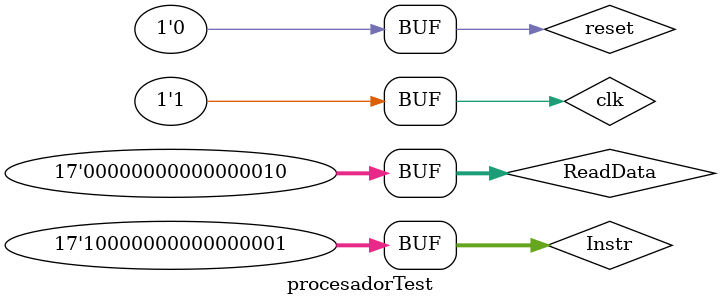
<source format=sv>
module procesadorTest();
	
	logic clk, reset;
			  
	logic [16:0] ReadData; //UNICA salida "real" del procesador
			  
	logic [16:0] PC, Result, Instr, WriteData; // Salidas que se quieren ver del datapath
	logic [3:0] ALUFlags;			  // Salidas que se quieren ver de la unidad de control
	logic PCSrc, MemtoReg, MemWrite, ALUSrc, RegWrite; //Salidas que se quieren ver de la unidad de control
	logic [1:0]  ALUControl, ImmSrc, RegSrc; //Salidas que se quieren ver de la unidad de control
	
	// instantiate device to be tested
	ASIP asip(clk, reset, Instr,
			  ReadData,
			  PC,
			  MemWrite,
			  Result,
			  WriteData);

			  
	// generate clock to sequence tests
	always begin
	clk <= 0; # 5; clk <= 1; #5;
	end
	
	
	initial begin 
		#5; reset = 1; #1; reset = 0;
		
				//RST R14, R15, R15
		Instr = 17'b00_0_01_1111_1110_1111;

		#10;	

		//MOVI R14, #0 ;Direccion de memoria
		
		
		Instr = 17'b00_1_00_1110_1110_0000;
		

		#10;			
		
		//MOVI R2, #2 
		
		Instr = 17'b00_1_00_1110_0010_0010;
		

		#10
		
		//MOVI R1, #7 ;Direccion de memoria
		
		Instr = 17'b00_1_00_1110_0001_0111;
		

		#10;
		
		
		//GEM R2, 0(R1) 
		
		Instr = 17'b01_00_0_0001_0010_0000;


		#10;
		
		//CDM R4, 0(R1)   R1 dir 7: 2
		
		Instr = 17'b01_00_1_0001_0100_0000; ReadData = 17'b00_00_0_0000_0000_0010;

		#10;
		
		//SUM R5, R4, R2
		Instr = 17'b00_0_00_0100_0101_0010;

		#10;	
		// SI _branch3
		Instr = 17'b10_0_000_00000000001;

		#10;
		
	end
			  
	
	
endmodule
</source>
